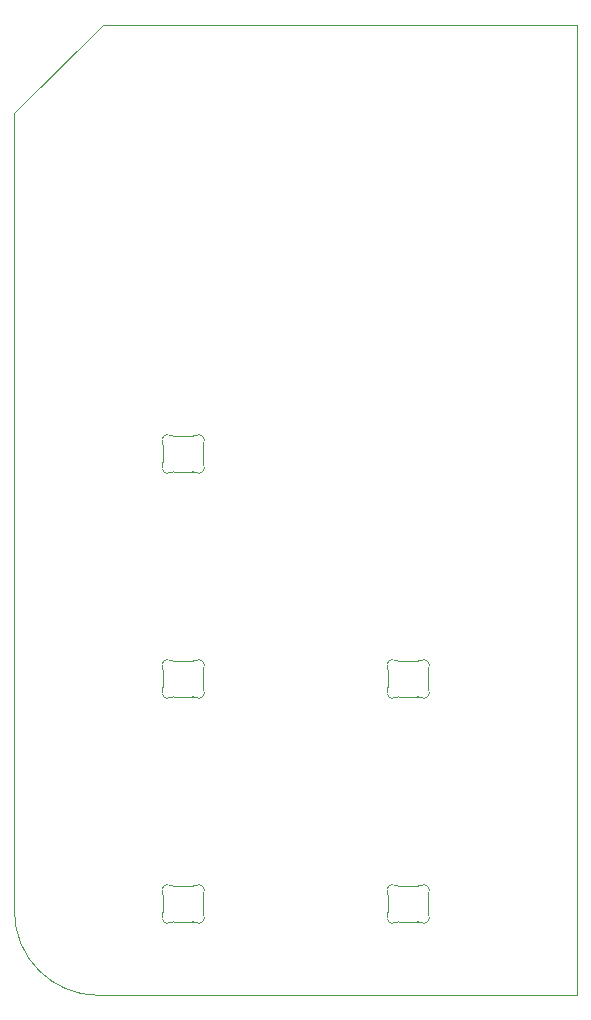
<source format=gbr>
%TF.GenerationSoftware,KiCad,Pcbnew,9.0.7*%
%TF.CreationDate,2026-01-29T22:12:25-06:00*%
%TF.ProjectId,macropad,6d616372-6f70-4616-942e-6b696361645f,rev?*%
%TF.SameCoordinates,Original*%
%TF.FileFunction,Profile,NP*%
%FSLAX46Y46*%
G04 Gerber Fmt 4.6, Leading zero omitted, Abs format (unit mm)*
G04 Created by KiCad (PCBNEW 9.0.7) date 2026-01-29 22:12:25*
%MOMM*%
%LPD*%
G01*
G04 APERTURE LIST*
%TA.AperFunction,Profile*%
%ADD10C,0.050000*%
%TD*%
%TA.AperFunction,Profile*%
%ADD11C,0.100000*%
%TD*%
G04 APERTURE END LIST*
D10*
X130968750Y-154781250D02*
G75*
G02*
X123825050Y-147637500I50J7143750D01*
G01*
X131337500Y-72589000D02*
X171450000Y-72589000D01*
X123825000Y-147637500D02*
X123825000Y-80101500D01*
X131337500Y-72589000D02*
X123825000Y-80101500D01*
X130968750Y-154781250D02*
X171450000Y-154781250D01*
X171450000Y-72589000D02*
X171450000Y-154781250D01*
D11*
%TO.C,D4*%
X136412502Y-147742200D02*
X136412502Y-146336516D01*
X137318049Y-145539359D02*
X138906954Y-145539359D01*
X138906953Y-148539358D02*
X137318049Y-148539358D01*
X139812500Y-146336516D02*
X139812500Y-147742200D01*
X136363017Y-146119638D02*
G75*
G02*
X136412502Y-146336516I-450505J-216876D01*
G01*
X136363017Y-146119638D02*
G75*
G02*
X137065790Y-145471059I450515J216878D01*
G01*
X136412502Y-147742201D02*
G75*
G02*
X136363017Y-147959078I-499990J-1D01*
G01*
X137065790Y-148607655D02*
G75*
G02*
X136363017Y-147959078I-252258J431700D01*
G01*
X137065791Y-148607657D02*
G75*
G02*
X137318049Y-148539358I252261J-431710D01*
G01*
X137318048Y-145539358D02*
G75*
G02*
X137065790Y-145471059I3J500009D01*
G01*
X138906953Y-148539358D02*
G75*
G02*
X139159212Y-148607657I-3J-500012D01*
G01*
X139159212Y-145471060D02*
G75*
G02*
X138906954Y-145539360I-252262J431710D01*
G01*
X139159212Y-145471060D02*
G75*
G02*
X139861984Y-146119638I252258J-431700D01*
G01*
X139812500Y-146336515D02*
G75*
G02*
X139861979Y-146119635I500000J15D01*
G01*
X139861985Y-147959077D02*
G75*
G02*
X139159212Y-148607657I-450514J-216880D01*
G01*
X139861985Y-147959078D02*
G75*
G02*
X139812500Y-147742200I450515J216878D01*
G01*
%TO.C,D5*%
X155462502Y-147742200D02*
X155462502Y-146336516D01*
X156368049Y-145539359D02*
X157956954Y-145539359D01*
X157956953Y-148539358D02*
X156368049Y-148539358D01*
X158862500Y-146336516D02*
X158862500Y-147742200D01*
X155413017Y-146119638D02*
G75*
G02*
X155462502Y-146336516I-450505J-216876D01*
G01*
X155413017Y-146119638D02*
G75*
G02*
X156115790Y-145471059I450515J216878D01*
G01*
X155462502Y-147742201D02*
G75*
G02*
X155413017Y-147959078I-499990J-1D01*
G01*
X156115790Y-148607655D02*
G75*
G02*
X155413017Y-147959078I-252258J431700D01*
G01*
X156115791Y-148607657D02*
G75*
G02*
X156368049Y-148539358I252261J-431710D01*
G01*
X156368048Y-145539358D02*
G75*
G02*
X156115790Y-145471059I3J500009D01*
G01*
X157956953Y-148539358D02*
G75*
G02*
X158209212Y-148607657I-3J-500012D01*
G01*
X158209212Y-145471060D02*
G75*
G02*
X157956954Y-145539360I-252262J431710D01*
G01*
X158209212Y-145471060D02*
G75*
G02*
X158911984Y-146119638I252258J-431700D01*
G01*
X158862500Y-146336515D02*
G75*
G02*
X158911979Y-146119635I500000J15D01*
G01*
X158911985Y-147959077D02*
G75*
G02*
X158209212Y-148607657I-450514J-216880D01*
G01*
X158911985Y-147959078D02*
G75*
G02*
X158862500Y-147742200I450515J216878D01*
G01*
%TO.C,D2*%
X136412502Y-128692200D02*
X136412502Y-127286516D01*
X137318049Y-126489359D02*
X138906954Y-126489359D01*
X138906953Y-129489358D02*
X137318049Y-129489358D01*
X139812500Y-127286516D02*
X139812500Y-128692200D01*
X136363017Y-127069638D02*
G75*
G02*
X136412502Y-127286516I-450505J-216876D01*
G01*
X136363017Y-127069638D02*
G75*
G02*
X137065790Y-126421059I450515J216878D01*
G01*
X136412502Y-128692201D02*
G75*
G02*
X136363017Y-128909078I-499990J-1D01*
G01*
X137065790Y-129557655D02*
G75*
G02*
X136363017Y-128909078I-252258J431700D01*
G01*
X137065791Y-129557657D02*
G75*
G02*
X137318049Y-129489358I252261J-431710D01*
G01*
X137318048Y-126489358D02*
G75*
G02*
X137065790Y-126421059I3J500009D01*
G01*
X138906953Y-129489358D02*
G75*
G02*
X139159212Y-129557657I-3J-500012D01*
G01*
X139159212Y-126421060D02*
G75*
G02*
X138906954Y-126489360I-252262J431710D01*
G01*
X139159212Y-126421060D02*
G75*
G02*
X139861984Y-127069638I252258J-431700D01*
G01*
X139812500Y-127286515D02*
G75*
G02*
X139861979Y-127069635I500000J15D01*
G01*
X139861985Y-128909077D02*
G75*
G02*
X139159212Y-129557657I-450514J-216880D01*
G01*
X139861985Y-128909078D02*
G75*
G02*
X139812500Y-128692200I450515J216878D01*
G01*
%TO.C,D1*%
X136412502Y-109642200D02*
X136412502Y-108236516D01*
X137318049Y-107439359D02*
X138906954Y-107439359D01*
X138906953Y-110439358D02*
X137318049Y-110439358D01*
X139812500Y-108236516D02*
X139812500Y-109642200D01*
X136363017Y-108019638D02*
G75*
G02*
X136412502Y-108236516I-450505J-216876D01*
G01*
X136363017Y-108019638D02*
G75*
G02*
X137065790Y-107371059I450515J216878D01*
G01*
X136412502Y-109642201D02*
G75*
G02*
X136363017Y-109859078I-499990J-1D01*
G01*
X137065790Y-110507655D02*
G75*
G02*
X136363017Y-109859078I-252258J431700D01*
G01*
X137065791Y-110507657D02*
G75*
G02*
X137318049Y-110439358I252261J-431710D01*
G01*
X137318048Y-107439358D02*
G75*
G02*
X137065790Y-107371059I3J500009D01*
G01*
X138906953Y-110439358D02*
G75*
G02*
X139159212Y-110507657I-3J-500012D01*
G01*
X139159212Y-107371060D02*
G75*
G02*
X138906954Y-107439360I-252262J431710D01*
G01*
X139159212Y-107371060D02*
G75*
G02*
X139861984Y-108019638I252258J-431700D01*
G01*
X139812500Y-108236515D02*
G75*
G02*
X139861979Y-108019635I500000J15D01*
G01*
X139861985Y-109859077D02*
G75*
G02*
X139159212Y-110507657I-450514J-216880D01*
G01*
X139861985Y-109859078D02*
G75*
G02*
X139812500Y-109642200I450515J216878D01*
G01*
%TO.C,D3*%
X155462502Y-128692200D02*
X155462502Y-127286516D01*
X156368049Y-126489359D02*
X157956954Y-126489359D01*
X157956953Y-129489358D02*
X156368049Y-129489358D01*
X158862500Y-127286516D02*
X158862500Y-128692200D01*
X155413017Y-127069638D02*
G75*
G02*
X155462502Y-127286516I-450505J-216876D01*
G01*
X155413017Y-127069638D02*
G75*
G02*
X156115790Y-126421059I450515J216878D01*
G01*
X155462502Y-128692201D02*
G75*
G02*
X155413017Y-128909078I-499990J-1D01*
G01*
X156115790Y-129557655D02*
G75*
G02*
X155413017Y-128909078I-252258J431700D01*
G01*
X156115791Y-129557657D02*
G75*
G02*
X156368049Y-129489358I252261J-431710D01*
G01*
X156368048Y-126489358D02*
G75*
G02*
X156115790Y-126421059I3J500009D01*
G01*
X157956953Y-129489358D02*
G75*
G02*
X158209212Y-129557657I-3J-500012D01*
G01*
X158209212Y-126421060D02*
G75*
G02*
X157956954Y-126489360I-252262J431710D01*
G01*
X158209212Y-126421060D02*
G75*
G02*
X158911984Y-127069638I252258J-431700D01*
G01*
X158862500Y-127286515D02*
G75*
G02*
X158911979Y-127069635I500000J15D01*
G01*
X158911985Y-128909077D02*
G75*
G02*
X158209212Y-129557657I-450514J-216880D01*
G01*
X158911985Y-128909078D02*
G75*
G02*
X158862500Y-128692200I450515J216878D01*
G01*
%TD*%
M02*

</source>
